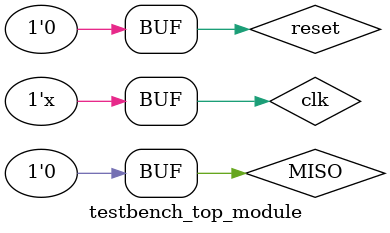
<source format=v>
`timescale 1ns/100ps
module testbench_top_module;
reg clk, reset, MISO;
wire MOSI, SCLK, CS;

top_final_lab top_final_lab_inst(clk, reset, MISO, MOSI, SCLK, CS);

initial 
begin
    clk = 0;
    reset = 1;
    #10 MISO = 0;
    #4000 reset = 1;
    #10 reset = 0;

    #1228380 MISO = 1;  // -78 
    #175 MISO = 0;
    #200 MISO = 1;
    #200 MISO = 1;
    #200 MISO = 0;
    #200 MISO = 0;
    #200 MISO = 1;
    #200 MISO = 0;

    // #3640 MISO = 1;   // times gia to Y  (-113)
    // #170 MISO = 0;
    // #200 MISO = 0;
    // #200 MISO = 0;
    // #200 MISO = 1;
    // #200 MISO = 1;
    // #200 MISO = 1;
    // #200 MISO = 1;

    #5023590 MISO = 1;  // -46
    #175 MISO = 1;
    #200 MISO = 0;
    #200 MISO = 1;
    #200 MISO = 0;
    #200 MISO = 0;
    #200 MISO = 1;
    #200 MISO = 0;

    // #3640 MISO = 1;   // times gia to Y   (-23)
    // #170 MISO = 1;
    // #200 MISO = 1;
    // #200 MISO = 0;
    // #200 MISO = 1;
    // #200 MISO = 0;
    // #200 MISO = 0;
    // #200 MISO = 1;


    #5023625 MISO = 1;  // -36
    #175 MISO = 1;
    #200 MISO = 0;
    #200 MISO = 1;
    #200 MISO = 1;
    #200 MISO = 1;
    #200 MISO = 0;
    #200 MISO = 0;

    // #3640 MISO = 1;   // times gia to Y   (-87)
    // #170 MISO = 0;
    // #200 MISO = 1;
    // #200 MISO = 0;
    // #200 MISO = 1;
    // #200 MISO = 0;
    // #200 MISO = 0;
    // #200 MISO = 1;

    #5023625 MISO = 1;  // -66
    #175 MISO = 0;
    #200 MISO = 1;
    #200 MISO = 1;
    #200 MISO = 1;
    #200 MISO = 1;
    #200 MISO = 1;
    #200 MISO = 0;

    // #3640 MISO = 1;   // times gia to Y (-67)
    // #170 MISO = 0;
    // #200 MISO = 1;
    // #200 MISO = 1;
    // #200 MISO = 1;
    // #200 MISO = 1;
    // #200 MISO = 0;
    // #200 MISO = 1;



end



always #5 clk = ~clk;

endmodule
</source>
